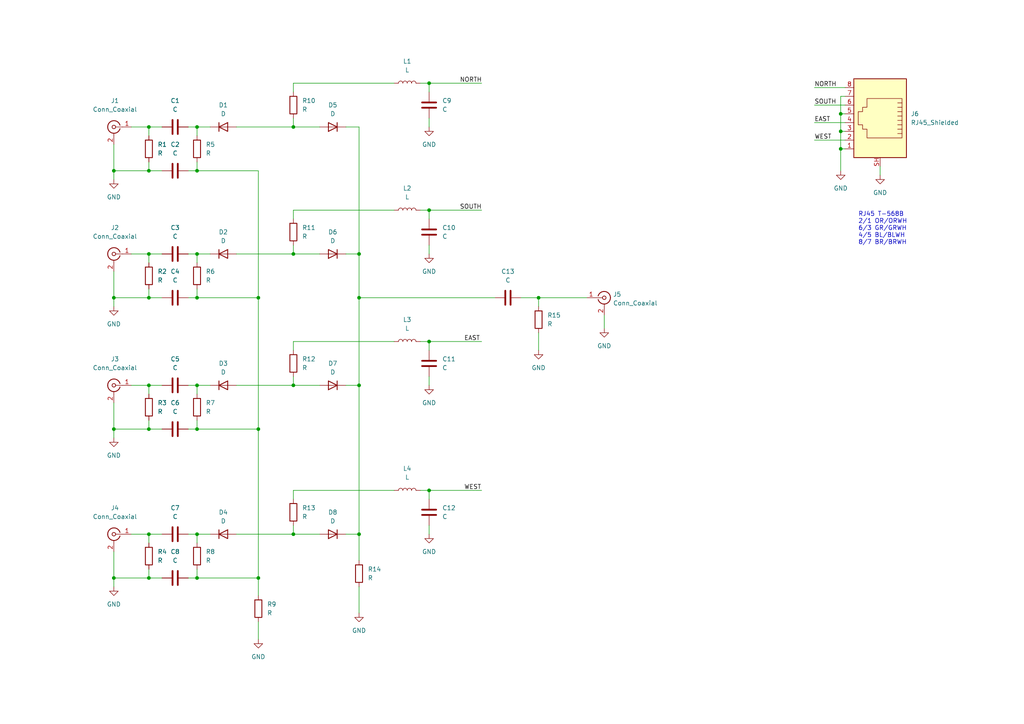
<source format=kicad_sch>
(kicad_sch (version 20211123) (generator eeschema)
  (paper "A4")
  (lib_symbols
    (symbol "Connector:Conn_Coaxial" (pin_names (offset 1.016) hide)
      (property "Reference" "J" (at 0.254 3.048 0))
      (property "Value" "Conn_Coaxial" (at 2.921 0 90))
      (symbol "Conn_Coaxial_0_1"
        (arc (start -1.778 -0.508) (mid 0.222 -1.808) (end 1.778 0) (stroke (width 0.254)))
        (polyline (pts (xy -2.54 0) (xy -0.508 0)))
        (polyline (pts (xy 0 -2.54) (xy 0 -1.778)))
        (circle (center 0 0) (radius 0.508) (stroke (width 0.2032)))
        (arc (start 1.778 0) (mid 0.2221 1.8083) (end -1.778 0.508) (stroke (width 0.254)))
      )
      (symbol "Conn_Coaxial_1_1"
        (pin passive line (at -5.08 0 0) (length 2.54) (name "In") (number "1"))
        (pin passive line (at 0 -5.08 90) (length 2.54) (name "Ext") (number "2"))
      )
    )
    (symbol "Connector:RJ45_Shielded" (pin_names (offset 1.016))
      (property "Reference" "J" (at -5.08 13.97 0))
      (property "Value" "RJ45_Shielded" (at 2.54 13.97 0))
      (symbol "RJ45_Shielded_0_1"
        (polyline (pts (xy -5.08 4.445) (xy -6.35 4.445)))
        (polyline (pts (xy -5.08 5.715) (xy -6.35 5.715)))
        (polyline (pts (xy -6.35 -3.175) (xy -5.08 -3.175) (xy -5.08 -3.175)))
        (polyline (pts (xy -6.35 -1.905) (xy -5.08 -1.905) (xy -5.08 -1.905)))
        (polyline (pts (xy -6.35 -0.635) (xy -5.08 -0.635) (xy -5.08 -0.635)))
        (polyline (pts (xy -6.35 0.635) (xy -5.08 0.635) (xy -5.08 0.635)))
        (polyline (pts (xy -6.35 1.905) (xy -5.08 1.905) (xy -5.08 1.905)))
        (polyline (pts (xy -5.08 3.175) (xy -6.35 3.175) (xy -6.35 3.175)))
        (polyline (pts (xy -6.35 -4.445) (xy -6.35 6.985) (xy 3.81 6.985) (xy 3.81 4.445) (xy 5.08 4.445) (xy 5.08 3.175) (xy 6.35 3.175) (xy 6.35 -0.635) (xy 5.08 -0.635) (xy 5.08 -1.905) (xy 3.81 -1.905) (xy 3.81 -4.445) (xy -6.35 -4.445) (xy -6.35 -4.445)))
        (rectangle (start 7.62 12.7) (end -7.62 -10.16) (stroke (width 0.254)) (fill (type background)))
      )
      (symbol "RJ45_Shielded_1_1"
        (pin passive line (at 10.16 -7.62 180) (length 2.54) (name "~") (number "1"))
        (pin passive line (at 10.16 -5.08 180) (length 2.54) (name "~") (number "2"))
        (pin passive line (at 10.16 -2.54 180) (length 2.54) (name "~") (number "3"))
        (pin passive line (at 10.16 0 180) (length 2.54) (name "~") (number "4"))
        (pin passive line (at 10.16 2.54 180) (length 2.54) (name "~") (number "5"))
        (pin passive line (at 10.16 5.08 180) (length 2.54) (name "~") (number "6"))
        (pin passive line (at 10.16 7.62 180) (length 2.54) (name "~") (number "7"))
        (pin passive line (at 10.16 10.16 180) (length 2.54) (name "~") (number "8"))
        (pin passive line (at 0 -12.7 90) (length 2.54) (name "~") (number "SH"))
      )
    )
    (symbol "Device:C" (pin_numbers hide) (pin_names (offset 0.254))
      (property "Reference" "C" (at 0.635 2.54 0))
      (property "Value" "C" (at 0.635 -2.54 0))
      (symbol "C_0_1"
        (polyline (pts (xy -2.032 -0.762) (xy 2.032 -0.762)) (stroke (width 0.508)))
        (polyline (pts (xy -2.032 0.762) (xy 2.032 0.762)) (stroke (width 0.508)))
      )
      (symbol "C_1_1"
        (pin passive line (at 0 3.81 270) (length 2.794) (name "~") (number "1"))
        (pin passive line (at 0 -3.81 90) (length 2.794) (name "~") (number "2"))
      )
    )
    (symbol "Device:D" (pin_numbers hide) (pin_names (offset 1.016) hide)
      (property "Reference" "D" (at 0 2.54 0))
      (property "Value" "D" (at 0 -2.54 0))
      (symbol "D_0_1"
        (polyline (pts (xy -1.27 1.27) (xy -1.27 -1.27)) (stroke (width 0.254)))
        (polyline (pts (xy 1.27 0) (xy -1.27 0)))
        (polyline (pts (xy 1.27 1.27) (xy 1.27 -1.27) (xy -1.27 0) (xy 1.27 1.27)) (stroke (width 0.254)))
      )
      (symbol "D_1_1"
        (pin passive line (at -3.81 0 0) (length 2.54) (name "K") (number "1"))
        (pin passive line (at 3.81 0 180) (length 2.54) (name "A") (number "2"))
      )
    )
    (symbol "Device:L" (pin_numbers hide) (pin_names (offset 1.016) hide)
      (property "Reference" "L" (at -1.27 0 90))
      (property "Value" "L" (at 1.905 0 90))
      (symbol "L_0_1"
        (arc (start 0 -2.54) (mid 0.635 -1.905) (end 0 -1.27))
        (arc (start 0 -1.27) (mid 0.635 -0.635) (end 0 0))
        (arc (start 0 0) (mid 0.635 0.635) (end 0 1.27))
        (arc (start 0 1.27) (mid 0.635 1.905) (end 0 2.54))
      )
      (symbol "L_1_1"
        (pin passive line (at 0 3.81 270) (length 1.27) (name "1") (number "1"))
        (pin passive line (at 0 -3.81 90) (length 1.27) (name "2") (number "2"))
      )
    )
    (symbol "Device:R" (pin_numbers hide) (pin_names (offset 0))
      (property "Reference" "R" (at 2.032 0 90))
      (property "Value" "R" (at 0 0 90))
      (symbol "R_0_1"
        (rectangle (start -1.016 -2.54) (end 1.016 2.54) (stroke (width 0.254)))
      )
      (symbol "R_1_1"
        (pin passive line (at 0 3.81 270) (length 1.27) (name "~") (number "1"))
        (pin passive line (at 0 -3.81 90) (length 1.27) (name "~") (number "2"))
      )
    )
    (symbol "power:GND" (power) (pin_names (offset 0))
      (property "Value" "GND" (at 0 -3.81 0))
      (symbol "GND_0_1"
        (polyline (pts (xy 0 0) (xy 0 -1.27) (xy 1.27 -1.27) (xy 0 -2.54) (xy -1.27 -1.27) (xy 0 -1.27)))
      )
      (symbol "GND_1_1"
        (pin power_in line (at 0 0 270) (length 0) hide (name "GND") (number "1"))
      )
    )
  )
  (junction (at 57.15 86.36))
  (junction (at 57.15 124.46))
  (junction (at 104.14 86.36))
  (junction (at 243.84 43.18))
  (junction (at 243.84 38.1))
  (junction (at 243.84 33.02))
  (junction (at 33.02 49.53))
  (junction (at 57.15 49.53))
  (junction (at 85.09 111.76))
  (junction (at 43.18 73.66))
  (junction (at 85.09 36.83))
  (junction (at 43.18 124.46))
  (junction (at 57.15 154.94))
  (junction (at 43.18 49.53))
  (junction (at 124.46 60.96))
  (junction (at 43.18 154.94))
  (junction (at 33.02 167.64))
  (junction (at 57.15 73.66))
  (junction (at 124.46 99.06))
  (junction (at 57.15 36.83))
  (junction (at 57.15 111.76))
  (junction (at 43.18 36.83))
  (junction (at 74.93 86.36))
  (junction (at 57.15 167.64))
  (junction (at 33.02 86.36))
  (junction (at 43.18 86.36))
  (junction (at 85.09 73.66))
  (junction (at 124.46 142.24))
  (junction (at 43.18 111.76))
  (junction (at 124.46 24.13))
  (junction (at 85.09 154.94))
  (junction (at 74.93 167.64))
  (junction (at 104.14 111.76))
  (junction (at 104.14 154.94))
  (junction (at 156.21 86.36))
  (junction (at 74.93 124.46))
  (junction (at 104.14 73.66))
  (junction (at 43.18 167.64))
  (junction (at 33.02 124.46))
  (wire (pts (xy 124.46 109.22) (xy 124.46 111.76)))
  (wire (pts (xy 43.18 111.76) (xy 43.18 114.3)))
  (wire (pts (xy 68.58 36.83) (xy 85.09 36.83)))
  (wire (pts (xy 236.22 25.4) (xy 245.11 25.4)))
  (wire (pts (xy 57.15 167.64) (xy 74.93 167.64)))
  (wire (pts (xy 124.46 152.4) (xy 124.46 154.94)))
  (wire (pts (xy 43.18 36.83) (xy 43.18 39.37)))
  (wire (pts (xy 54.61 73.66) (xy 57.15 73.66)))
  (wire (pts (xy 243.84 33.02) (xy 243.84 38.1)))
  (wire (pts (xy 124.46 34.29) (xy 124.46 36.83)))
  (wire (pts (xy 104.14 36.83) (xy 104.14 73.66)))
  (wire (pts (xy 104.14 86.36) (xy 143.51 86.36)))
  (wire (pts (xy 43.18 73.66) (xy 46.99 73.66)))
  (wire (pts (xy 57.15 121.92) (xy 57.15 124.46)))
  (wire (pts (xy 245.11 38.1) (xy 243.84 38.1)))
  (wire (pts (xy 38.1 111.76) (xy 43.18 111.76)))
  (wire (pts (xy 85.09 142.24) (xy 114.3 142.24)))
  (wire (pts (xy 38.1 73.66) (xy 43.18 73.66)))
  (wire (pts (xy 43.18 49.53) (xy 46.99 49.53)))
  (wire (pts (xy 38.1 36.83) (xy 43.18 36.83)))
  (wire (pts (xy 57.15 154.94) (xy 60.96 154.94)))
  (wire (pts (xy 85.09 36.83) (xy 92.71 36.83)))
  (wire (pts (xy 124.46 60.96) (xy 139.7 60.96)))
  (wire (pts (xy 121.92 60.96) (xy 124.46 60.96)))
  (wire (pts (xy 85.09 26.67) (xy 85.09 24.13)))
  (wire (pts (xy 57.15 36.83) (xy 60.96 36.83)))
  (wire (pts (xy 57.15 36.83) (xy 57.15 39.37)))
  (wire (pts (xy 243.84 43.18) (xy 243.84 49.53)))
  (wire (pts (xy 124.46 99.06) (xy 139.7 99.06)))
  (wire (pts (xy 243.84 38.1) (xy 243.84 43.18)))
  (wire (pts (xy 57.15 86.36) (xy 54.61 86.36)))
  (wire (pts (xy 104.14 154.94) (xy 104.14 162.56)))
  (wire (pts (xy 43.18 86.36) (xy 46.99 86.36)))
  (wire (pts (xy 33.02 124.46) (xy 43.18 124.46)))
  (wire (pts (xy 85.09 152.4) (xy 85.09 154.94)))
  (wire (pts (xy 85.09 111.76) (xy 92.71 111.76)))
  (wire (pts (xy 68.58 73.66) (xy 85.09 73.66)))
  (wire (pts (xy 33.02 49.53) (xy 33.02 52.07)))
  (wire (pts (xy 43.18 86.36) (xy 43.18 83.82)))
  (wire (pts (xy 85.09 71.12) (xy 85.09 73.66)))
  (wire (pts (xy 33.02 49.53) (xy 43.18 49.53)))
  (wire (pts (xy 124.46 142.24) (xy 139.7 142.24)))
  (wire (pts (xy 100.33 111.76) (xy 104.14 111.76)))
  (wire (pts (xy 57.15 73.66) (xy 57.15 76.2)))
  (wire (pts (xy 54.61 111.76) (xy 57.15 111.76)))
  (wire (pts (xy 54.61 36.83) (xy 57.15 36.83)))
  (wire (pts (xy 236.22 35.56) (xy 245.11 35.56)))
  (wire (pts (xy 124.46 60.96) (xy 124.46 63.5)))
  (wire (pts (xy 57.15 86.36) (xy 74.93 86.36)))
  (wire (pts (xy 245.11 43.18) (xy 243.84 43.18)))
  (wire (pts (xy 85.09 144.78) (xy 85.09 142.24)))
  (wire (pts (xy 54.61 154.94) (xy 57.15 154.94)))
  (wire (pts (xy 57.15 83.82) (xy 57.15 86.36)))
  (wire (pts (xy 74.93 124.46) (xy 74.93 167.64)))
  (wire (pts (xy 57.15 49.53) (xy 54.61 49.53)))
  (wire (pts (xy 85.09 24.13) (xy 114.3 24.13)))
  (wire (pts (xy 74.93 49.53) (xy 74.93 86.36)))
  (wire (pts (xy 156.21 86.36) (xy 170.18 86.36)))
  (wire (pts (xy 57.15 165.1) (xy 57.15 167.64)))
  (wire (pts (xy 104.14 111.76) (xy 104.14 154.94)))
  (wire (pts (xy 100.33 73.66) (xy 104.14 73.66)))
  (wire (pts (xy 255.27 48.26) (xy 255.27 50.8)))
  (wire (pts (xy 243.84 27.94) (xy 243.84 33.02)))
  (wire (pts (xy 43.18 154.94) (xy 46.99 154.94)))
  (wire (pts (xy 57.15 111.76) (xy 57.15 114.3)))
  (wire (pts (xy 175.26 91.44) (xy 175.26 95.25)))
  (wire (pts (xy 33.02 124.46) (xy 33.02 127)))
  (wire (pts (xy 121.92 142.24) (xy 124.46 142.24)))
  (wire (pts (xy 68.58 111.76) (xy 85.09 111.76)))
  (wire (pts (xy 74.93 167.64) (xy 74.93 172.72)))
  (wire (pts (xy 121.92 24.13) (xy 124.46 24.13)))
  (wire (pts (xy 104.14 86.36) (xy 104.14 111.76)))
  (wire (pts (xy 245.11 33.02) (xy 243.84 33.02)))
  (wire (pts (xy 57.15 46.99) (xy 57.15 49.53)))
  (wire (pts (xy 156.21 86.36) (xy 156.21 88.9)))
  (wire (pts (xy 124.46 24.13) (xy 139.7 24.13)))
  (wire (pts (xy 236.22 30.48) (xy 245.11 30.48)))
  (wire (pts (xy 57.15 73.66) (xy 60.96 73.66)))
  (wire (pts (xy 85.09 101.6) (xy 85.09 99.06)))
  (wire (pts (xy 43.18 73.66) (xy 43.18 76.2)))
  (wire (pts (xy 104.14 170.18) (xy 104.14 177.8)))
  (wire (pts (xy 74.93 86.36) (xy 74.93 124.46)))
  (wire (pts (xy 33.02 41.91) (xy 33.02 49.53)))
  (wire (pts (xy 57.15 49.53) (xy 74.93 49.53)))
  (wire (pts (xy 85.09 63.5) (xy 85.09 60.96)))
  (wire (pts (xy 33.02 116.84) (xy 33.02 124.46)))
  (wire (pts (xy 33.02 167.64) (xy 43.18 167.64)))
  (wire (pts (xy 38.1 154.94) (xy 43.18 154.94)))
  (wire (pts (xy 43.18 124.46) (xy 43.18 121.92)))
  (wire (pts (xy 43.18 49.53) (xy 43.18 46.99)))
  (wire (pts (xy 124.46 142.24) (xy 124.46 144.78)))
  (wire (pts (xy 124.46 99.06) (xy 124.46 101.6)))
  (wire (pts (xy 245.11 27.94) (xy 243.84 27.94)))
  (wire (pts (xy 57.15 124.46) (xy 74.93 124.46)))
  (wire (pts (xy 57.15 111.76) (xy 60.96 111.76)))
  (wire (pts (xy 156.21 96.52) (xy 156.21 101.6)))
  (wire (pts (xy 43.18 36.83) (xy 46.99 36.83)))
  (wire (pts (xy 43.18 167.64) (xy 46.99 167.64)))
  (wire (pts (xy 85.09 60.96) (xy 114.3 60.96)))
  (wire (pts (xy 85.09 99.06) (xy 114.3 99.06)))
  (wire (pts (xy 121.92 99.06) (xy 124.46 99.06)))
  (wire (pts (xy 57.15 154.94) (xy 57.15 157.48)))
  (wire (pts (xy 100.33 154.94) (xy 104.14 154.94)))
  (wire (pts (xy 85.09 73.66) (xy 92.71 73.66)))
  (wire (pts (xy 151.13 86.36) (xy 156.21 86.36)))
  (wire (pts (xy 57.15 124.46) (xy 54.61 124.46)))
  (wire (pts (xy 33.02 86.36) (xy 43.18 86.36)))
  (wire (pts (xy 104.14 73.66) (xy 104.14 86.36)))
  (wire (pts (xy 57.15 167.64) (xy 54.61 167.64)))
  (wire (pts (xy 85.09 34.29) (xy 85.09 36.83)))
  (wire (pts (xy 43.18 167.64) (xy 43.18 165.1)))
  (wire (pts (xy 85.09 154.94) (xy 92.71 154.94)))
  (wire (pts (xy 74.93 180.34) (xy 74.93 185.42)))
  (wire (pts (xy 68.58 154.94) (xy 85.09 154.94)))
  (wire (pts (xy 43.18 154.94) (xy 43.18 157.48)))
  (wire (pts (xy 43.18 111.76) (xy 46.99 111.76)))
  (wire (pts (xy 33.02 160.02) (xy 33.02 167.64)))
  (wire (pts (xy 43.18 124.46) (xy 46.99 124.46)))
  (wire (pts (xy 124.46 71.12) (xy 124.46 73.66)))
  (wire (pts (xy 33.02 167.64) (xy 33.02 170.18)))
  (wire (pts (xy 85.09 109.22) (xy 85.09 111.76)))
  (wire (pts (xy 33.02 86.36) (xy 33.02 88.9)))
  (wire (pts (xy 124.46 24.13) (xy 124.46 26.67)))
  (wire (pts (xy 100.33 36.83) (xy 104.14 36.83)))
  (wire (pts (xy 33.02 78.74) (xy 33.02 86.36)))
  (wire (pts (xy 236.22 40.64) (xy 245.11 40.64)))
  (text "RJ45 T-568B  \n2/1 OR/ORWH\n6/3 GR/GRWH\n4/5 BL/BLWH\n8/7 BR/BRWH" (at 248.92 71.12 0) (effects (font (size 1.27 1.27)) (justify left bottom)))
  (label "NORTH" (at 236.22 25.4 0))
  (label "EAST" (at 134.62 99.06 0))
  (label "WEST" (at 236.22 40.64 0))
  (label "SOUTH" (at 236.22 30.48 0))
  (label "NORTH" (at 133.35 24.13 0))
  (label "EAST" (at 236.22 35.56 0))
  (label "SOUTH" (at 133.35 60.96 0))
  (label "WEST" (at 134.62 142.24 0))
  (symbol (lib_id "Device:R") (at 156.21 92.71 0) (unit 1)
    (property "Reference" "R15" (at 158.75 91.4399 0) (effects (justify left)))
    (property "Value" "R" (at 158.75 93.9799 0) (effects (justify left)))
    (property "Footprint" "Resistor_SMD:R_0805_2012Metric_Pad1.20x1.40mm_HandSolder" (effects hide))
  )
  (symbol (lib_id "Device:C") (at 124.46 30.48 0) (unit 1)
    (property "Reference" "C9" (at 128.27 29.2099 0) (effects (justify left)))
    (property "Value" "C" (at 128.27 31.7499 0) (effects (justify left)))
    (property "Footprint" "Capacitor_SMD:C_0805_2012Metric_Pad1.18x1.45mm_HandSolder" (effects hide))
  )
  (symbol (lib_id "Device:C") (at 147.32 86.36 90) (unit 1)
    (property "Reference" "C13" (at 147.32 78.74 90))
    (property "Value" "C" (at 147.32 81.28 90))
    (property "Footprint" "Capacitor_SMD:C_0805_2012Metric_Pad1.18x1.45mm_HandSolder" (effects hide))
  )
  (symbol (lib_id "Device:D") (at 64.77 36.83 0) (unit 1)
    (property "Reference" "D1" (at 64.77 30.48 0))
    (property "Value" "D" (at 64.77 33.02 0))
    (property "Footprint" "Diode_SMD:D_SOD-523" (effects hide))
  )
  (symbol (lib_id "Device:R") (at 85.09 67.31 0) (unit 1)
    (property "Reference" "R11" (at 87.63 66.0399 0) (effects (justify left)))
    (property "Value" "R" (at 87.63 68.5799 0) (effects (justify left)))
    (property "Footprint" "Resistor_SMD:R_0805_2012Metric_Pad1.20x1.40mm_HandSolder" (effects hide))
  )
  (symbol (lib_id "power:GND") (at 74.93 185.42 0) (unit 1)
    (property "Reference" "#PWR05" (effects hide))
    (property "Value" "GND" (at 74.93 190.5 0))
  )
  (symbol (lib_id "Device:C") (at 124.46 148.59 0) (unit 1)
    (property "Reference" "C12" (at 128.27 147.3199 0) (effects (justify left)))
    (property "Value" "C" (at 128.27 149.8599 0) (effects (justify left)))
    (property "Footprint" "Capacitor_SMD:C_0805_2012Metric_Pad1.18x1.45mm_HandSolder" (effects hide))
  )
  (symbol (lib_id "Device:D") (at 96.52 36.83 180) (unit 1)
    (property "Reference" "D5" (at 96.52 30.48 0))
    (property "Value" "D" (at 96.52 33.02 0))
    (property "Footprint" "Diode_SMD:D_SOD-523" (effects hide))
  )
  (symbol (lib_id "power:GND") (at 124.46 111.76 0) (unit 1)
    (property "Reference" "#PWR09" (effects hide))
    (property "Value" "GND" (at 124.46 116.84 0))
  )
  (symbol (lib_id "Device:L") (at 118.11 60.96 90) (unit 1)
    (property "Reference" "L2" (at 118.11 54.61 90))
    (property "Value" "L" (at 118.11 57.15 90))
    (property "Footprint" "Inductor_SMD:L_0805_2012Metric_Pad1.15x1.40mm_HandSolder" (effects hide))
  )
  (symbol (lib_id "Device:C") (at 50.8 154.94 270) (unit 1)
    (property "Reference" "C7" (at 50.8 147.32 90))
    (property "Value" "C" (at 50.8 149.86 90))
    (property "Footprint" "Capacitor_SMD:C_0805_2012Metric_Pad1.18x1.45mm_HandSolder" (effects hide))
  )
  (symbol (lib_id "Device:R") (at 104.14 166.37 0) (unit 1)
    (property "Reference" "R14" (at 106.68 165.0999 0) (effects (justify left)))
    (property "Value" "R" (at 106.68 167.6399 0) (effects (justify left)))
    (property "Footprint" "Resistor_SMD:R_0805_2012Metric_Pad1.20x1.40mm_HandSolder" (effects hide))
  )
  (symbol (lib_id "power:GND") (at 124.46 154.94 0) (unit 1)
    (property "Reference" "#PWR010" (effects hide))
    (property "Value" "GND" (at 124.46 160.02 0))
  )
  (symbol (lib_id "Device:C") (at 50.8 167.64 90) (unit 1)
    (property "Reference" "C8" (at 50.8 160.02 90))
    (property "Value" "C" (at 50.8 162.56 90))
    (property "Footprint" "Capacitor_SMD:C_0805_2012Metric_Pad1.18x1.45mm_HandSolder" (effects hide))
  )
  (symbol (lib_id "Device:R") (at 85.09 148.59 0) (unit 1)
    (property "Reference" "R13" (at 87.63 147.3199 0) (effects (justify left)))
    (property "Value" "R" (at 87.63 149.8599 0) (effects (justify left)))
    (property "Footprint" "Resistor_SMD:R_0805_2012Metric_Pad1.20x1.40mm_HandSolder" (effects hide))
  )
  (symbol (lib_id "power:GND") (at 124.46 73.66 0) (unit 1)
    (property "Reference" "#PWR08" (effects hide))
    (property "Value" "GND" (at 124.46 78.74 0))
  )
  (symbol (lib_id "Connector:Conn_Coaxial") (at 33.02 36.83 0) (mirror y) (unit 1)
    (property "Reference" "J1" (at 33.3374 29.21 0))
    (property "Value" "Conn_Coaxial" (at 33.3374 31.75 0))
    (property "Footprint" "Connector_Coaxial:SMA_Wurth_60312002114503_Vertical" (effects hide))
    (property "Datasheet" " ~" (effects hide))
  )
  (symbol (lib_id "Device:L") (at 118.11 24.13 90) (unit 1)
    (property "Reference" "L1" (at 118.11 17.78 90))
    (property "Value" "L" (at 118.11 20.32 90))
    (property "Footprint" "Inductor_SMD:L_0805_2012Metric_Pad1.15x1.40mm_HandSolder" (effects hide))
  )
  (symbol (lib_id "Device:L") (at 118.11 99.06 90) (unit 1)
    (property "Reference" "L3" (at 118.11 92.71 90))
    (property "Value" "L" (at 118.11 95.25 90))
    (property "Footprint" "Inductor_SMD:L_0805_2012Metric_Pad1.15x1.40mm_HandSolder" (effects hide))
  )
  (symbol (lib_id "Device:D") (at 64.77 73.66 0) (unit 1)
    (property "Reference" "D2" (at 64.77 67.31 0))
    (property "Value" "D" (at 64.77 69.85 0))
    (property "Footprint" "Diode_SMD:D_SOD-523" (effects hide))
  )
  (symbol (lib_id "Connector:Conn_Coaxial") (at 33.02 154.94 0) (mirror y) (unit 1)
    (property "Reference" "J4" (at 33.3374 147.32 0))
    (property "Value" "Conn_Coaxial" (at 33.3374 149.86 0))
    (property "Footprint" "Connector_Coaxial:SMA_Wurth_60312002114503_Vertical" (effects hide))
    (property "Datasheet" " ~" (effects hide))
  )
  (symbol (lib_id "Device:C") (at 50.8 111.76 270) (unit 1)
    (property "Reference" "C5" (at 50.8 104.14 90))
    (property "Value" "C" (at 50.8 106.68 90))
    (property "Footprint" "Capacitor_SMD:C_0805_2012Metric_Pad1.18x1.45mm_HandSolder" (effects hide))
  )
  (symbol (lib_id "Device:D") (at 96.52 111.76 180) (unit 1)
    (property "Reference" "D7" (at 96.52 105.41 0))
    (property "Value" "D" (at 96.52 107.95 0))
    (property "Footprint" "Diode_SMD:D_SOD-523" (effects hide))
  )
  (symbol (lib_id "Device:C") (at 50.8 36.83 270) (unit 1)
    (property "Reference" "C1" (at 50.8 29.21 90))
    (property "Value" "C" (at 50.8 31.75 90))
    (property "Footprint" "Capacitor_SMD:C_0805_2012Metric_Pad1.18x1.45mm_HandSolder" (effects hide))
  )
  (symbol (lib_id "Device:C") (at 124.46 105.41 0) (unit 1)
    (property "Reference" "C11" (at 128.27 104.1399 0) (effects (justify left)))
    (property "Value" "C" (at 128.27 106.6799 0) (effects (justify left)))
    (property "Footprint" "Capacitor_SMD:C_0805_2012Metric_Pad1.18x1.45mm_HandSolder" (effects hide))
  )
  (symbol (lib_id "Device:C") (at 50.8 49.53 90) (unit 1)
    (property "Reference" "C2" (at 50.8 41.91 90))
    (property "Value" "C" (at 50.8 44.45 90))
    (property "Footprint" "Capacitor_SMD:C_0805_2012Metric_Pad1.18x1.45mm_HandSolder" (effects hide))
  )
  (symbol (lib_id "power:GND") (at 243.84 49.53 0) (unit 1)
    (property "Reference" "#PWR013" (effects hide))
    (property "Value" "GND" (at 243.84 54.61 0))
  )
  (symbol (lib_id "Device:R") (at 57.15 161.29 0) (unit 1)
    (property "Reference" "R8" (at 59.69 160.0199 0) (effects (justify left)))
    (property "Value" "R" (at 59.69 162.5599 0) (effects (justify left)))
    (property "Footprint" "Resistor_SMD:R_0805_2012Metric_Pad1.20x1.40mm_HandSolder" (effects hide))
  )
  (symbol (lib_id "power:GND") (at 124.46 36.83 0) (unit 1)
    (property "Reference" "#PWR07" (effects hide))
    (property "Value" "GND" (at 124.46 41.91 0))
  )
  (symbol (lib_id "Device:R") (at 43.18 43.18 0) (unit 1)
    (property "Reference" "R1" (at 45.72 41.9099 0) (effects (justify left)))
    (property "Value" "R" (at 45.72 44.4499 0) (effects (justify left)))
    (property "Footprint" "Resistor_SMD:R_0805_2012Metric_Pad1.20x1.40mm_HandSolder" (effects hide))
  )
  (symbol (lib_id "Device:C") (at 50.8 124.46 90) (unit 1)
    (property "Reference" "C6" (at 50.8 116.84 90))
    (property "Value" "C" (at 50.8 119.38 90))
    (property "Footprint" "Capacitor_SMD:C_0805_2012Metric_Pad1.18x1.45mm_HandSolder" (effects hide))
  )
  (symbol (lib_id "Device:C") (at 50.8 73.66 270) (unit 1)
    (property "Reference" "C3" (at 50.8 66.04 90))
    (property "Value" "C" (at 50.8 68.58 90))
    (property "Footprint" "Capacitor_SMD:C_0805_2012Metric_Pad1.18x1.45mm_HandSolder" (effects hide))
  )
  (symbol (lib_id "Device:D") (at 64.77 154.94 0) (unit 1)
    (property "Reference" "D4" (at 64.77 148.59 0))
    (property "Value" "D" (at 64.77 151.13 0))
    (property "Footprint" "Diode_SMD:D_SOD-523" (effects hide))
  )
  (symbol (lib_id "Connector:Conn_Coaxial") (at 33.02 73.66 0) (mirror y) (unit 1)
    (property "Reference" "J2" (at 33.3374 66.04 0))
    (property "Value" "Conn_Coaxial" (at 33.3374 68.58 0))
    (property "Footprint" "Connector_Coaxial:SMA_Wurth_60312002114503_Vertical" (effects hide))
    (property "Datasheet" " ~" (effects hide))
  )
  (symbol (lib_id "Device:D") (at 96.52 73.66 180) (unit 1)
    (property "Reference" "D6" (at 96.52 67.31 0))
    (property "Value" "D" (at 96.52 69.85 0))
    (property "Footprint" "Diode_SMD:D_SOD-523" (effects hide))
  )
  (symbol (lib_id "Device:D") (at 64.77 111.76 0) (unit 1)
    (property "Reference" "D3" (at 64.77 105.41 0))
    (property "Value" "D" (at 64.77 107.95 0))
    (property "Footprint" "Diode_SMD:D_SOD-523" (effects hide))
  )
  (symbol (lib_id "Device:R") (at 85.09 30.48 0) (unit 1)
    (property "Reference" "R10" (at 87.63 29.2099 0) (effects (justify left)))
    (property "Value" "R" (at 87.63 31.7499 0) (effects (justify left)))
    (property "Footprint" "Resistor_SMD:R_0805_2012Metric_Pad1.20x1.40mm_HandSolder" (effects hide))
  )
  (symbol (lib_id "Device:C") (at 50.8 86.36 90) (unit 1)
    (property "Reference" "C4" (at 50.8 78.74 90))
    (property "Value" "C" (at 50.8 81.28 90))
    (property "Footprint" "Capacitor_SMD:C_0805_2012Metric_Pad1.18x1.45mm_HandSolder" (effects hide))
  )
  (symbol (lib_id "Device:R") (at 57.15 118.11 0) (unit 1)
    (property "Reference" "R7" (at 59.69 116.8399 0) (effects (justify left)))
    (property "Value" "R" (at 59.69 119.3799 0) (effects (justify left)))
    (property "Footprint" "Resistor_SMD:R_0805_2012Metric_Pad1.20x1.40mm_HandSolder" (effects hide))
  )
  (symbol (lib_id "Device:D") (at 96.52 154.94 180) (unit 1)
    (property "Reference" "D8" (at 96.52 148.59 0))
    (property "Value" "D" (at 96.52 151.13 0))
    (property "Footprint" "Diode_SMD:D_SOD-523" (effects hide))
  )
  (symbol (lib_id "Device:R") (at 74.93 176.53 0) (unit 1)
    (property "Reference" "R9" (at 77.47 175.2599 0) (effects (justify left)))
    (property "Value" "R" (at 77.47 177.7999 0) (effects (justify left)))
    (property "Footprint" "Resistor_SMD:R_0805_2012Metric_Pad1.20x1.40mm_HandSolder" (effects hide))
  )
  (symbol (lib_id "power:GND") (at 104.14 177.8 0) (unit 1)
    (property "Reference" "#PWR06" (effects hide))
    (property "Value" "GND" (at 104.14 182.88 0))
  )
  (symbol (lib_id "power:GND") (at 33.02 127 0) (unit 1)
    (property "Reference" "#PWR03" (effects hide))
    (property "Value" "GND" (at 33.02 132.08 0))
  )
  (symbol (lib_id "power:GND") (at 33.02 170.18 0) (unit 1)
    (property "Reference" "#PWR04" (effects hide))
    (property "Value" "GND" (at 33.02 175.26 0))
  )
  (symbol (lib_id "Device:C") (at 124.46 67.31 0) (unit 1)
    (property "Reference" "C10" (at 128.27 66.0399 0) (effects (justify left)))
    (property "Value" "C" (at 128.27 68.5799 0) (effects (justify left)))
    (property "Footprint" "Capacitor_SMD:C_0805_2012Metric_Pad1.18x1.45mm_HandSolder" (effects hide))
  )
  (symbol (lib_id "power:GND") (at 156.21 101.6 0) (unit 1)
    (property "Reference" "#PWR011" (effects hide))
    (property "Value" "GND" (at 156.21 106.68 0))
  )
  (symbol (lib_id "power:GND") (at 33.02 52.07 0) (unit 1)
    (property "Reference" "#PWR01" (effects hide))
    (property "Value" "GND" (at 33.02 57.15 0))
  )
  (symbol (lib_id "Device:R") (at 43.18 161.29 0) (unit 1)
    (property "Reference" "R4" (at 45.72 160.0199 0) (effects (justify left)))
    (property "Value" "R" (at 45.72 162.5599 0) (effects (justify left)))
    (property "Footprint" "Resistor_SMD:R_0805_2012Metric_Pad1.20x1.40mm_HandSolder" (effects hide))
  )
  (symbol (lib_id "Device:R") (at 57.15 80.01 0) (unit 1)
    (property "Reference" "R6" (at 59.69 78.7399 0) (effects (justify left)))
    (property "Value" "R" (at 59.69 81.2799 0) (effects (justify left)))
    (property "Footprint" "Resistor_SMD:R_0805_2012Metric_Pad1.20x1.40mm_HandSolder" (effects hide))
  )
  (symbol (lib_id "Device:R") (at 85.09 105.41 0) (unit 1)
    (property "Reference" "R12" (at 87.63 104.1399 0) (effects (justify left)))
    (property "Value" "R" (at 87.63 106.6799 0) (effects (justify left)))
    (property "Footprint" "Resistor_SMD:R_0805_2012Metric_Pad1.20x1.40mm_HandSolder" (effects hide))
  )
  (symbol (lib_id "Device:R") (at 43.18 80.01 0) (unit 1)
    (property "Reference" "R2" (at 45.72 78.7399 0) (effects (justify left)))
    (property "Value" "R" (at 45.72 81.2799 0) (effects (justify left)))
    (property "Footprint" "Resistor_SMD:R_0805_2012Metric_Pad1.20x1.40mm_HandSolder" (effects hide))
  )
  (symbol (lib_id "Device:R") (at 43.18 118.11 0) (unit 1)
    (property "Reference" "R3" (at 45.72 116.8399 0) (effects (justify left)))
    (property "Value" "R" (at 45.72 119.3799 0) (effects (justify left)))
    (property "Footprint" "Resistor_SMD:R_0805_2012Metric_Pad1.20x1.40mm_HandSolder" (effects hide))
  )
  (symbol (lib_id "Connector:RJ45_Shielded") (at 255.27 35.56 0) (mirror y) (unit 1)
    (property "Reference" "J6" (at 264.16 33.0199 0) (effects (justify right)))
    (property "Value" "RJ45_Shielded" (at 264.16 35.5599 0) (effects (justify right)))
    (property "Footprint" "Connector_RJ:RJ45_Wuerth_7499010001A_Horizontal" (effects hide))
  )
  (symbol (lib_id "Connector:Conn_Coaxial") (at 175.26 86.36 0) (unit 1)
    (property "Reference" "J5" (at 177.8 85.3831 0) (effects (justify left)))
    (property "Value" "Conn_Coaxial" (at 177.8 87.9231 0) (effects (justify left)))
    (property "Footprint" "Connector_Coaxial:SMA_Molex_73251-2200_Horizontal" (effects hide))
    (property "Datasheet" " ~" (effects hide))
  )
  (symbol (lib_id "Device:R") (at 57.15 43.18 0) (unit 1)
    (property "Reference" "R5" (at 59.69 41.9099 0) (effects (justify left)))
    (property "Value" "R" (at 59.69 44.4499 0) (effects (justify left)))
    (property "Footprint" "Resistor_SMD:R_0805_2012Metric_Pad1.20x1.40mm_HandSolder" (effects hide))
  )
  (symbol (lib_id "power:GND") (at 33.02 88.9 0) (unit 1)
    (property "Reference" "#PWR02" (effects hide))
    (property "Value" "GND" (at 33.02 93.98 0))
  )
  (symbol (lib_id "power:GND") (at 175.26 95.25 0) (unit 1)
    (property "Reference" "#PWR012" (effects hide))
    (property "Value" "GND" (at 175.26 100.33 0))
  )
  (symbol (lib_id "Device:L") (at 118.11 142.24 90) (unit 1)
    (property "Reference" "L4" (at 118.11 135.89 90))
    (property "Value" "L" (at 118.11 138.43 90))
    (property "Footprint" "Inductor_SMD:L_0805_2012Metric_Pad1.15x1.40mm_HandSolder" (effects hide))
  )
  (symbol (lib_id "Connector:Conn_Coaxial") (at 33.02 111.76 0) (mirror y) (unit 1)
    (property "Reference" "J3" (at 33.3374 104.14 0))
    (property "Value" "Conn_Coaxial" (at 33.3374 106.68 0))
    (property "Footprint" "Connector_Coaxial:SMA_Wurth_60312002114503_Vertical" (effects hide))
    (property "Datasheet" " ~" (effects hide))
  )
  (symbol (lib_id "power:GND") (at 255.27 50.8 0) (unit 1)
    (property "Reference" "#PWR014" (effects hide))
    (property "Value" "GND" (at 255.27 55.88 0))
  )
)
</source>
